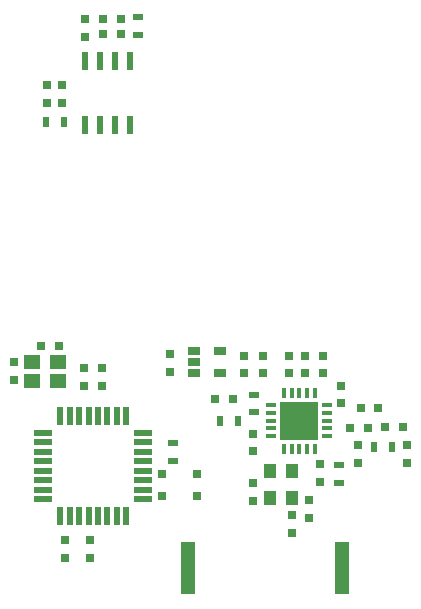
<source format=gbr>
G04 #@! TF.FileFunction,Paste,Top*
%FSLAX46Y46*%
G04 Gerber Fmt 4.6, Leading zero omitted, Abs format (unit mm)*
G04 Created by KiCad (PCBNEW 4.0.7) date 04/10/18 01:59:35*
%MOMM*%
%LPD*%
G01*
G04 APERTURE LIST*
%ADD10C,0.100000*%
%ADD11R,0.550000X1.600000*%
%ADD12R,1.600000X0.550000*%
%ADD13R,0.800000X0.750000*%
%ADD14R,0.500000X0.900000*%
%ADD15R,0.750000X0.800000*%
%ADD16R,0.600000X1.550000*%
%ADD17R,0.900000X0.500000*%
%ADD18R,1.300000X4.500000*%
%ADD19R,0.650000X0.700000*%
%ADD20R,0.355600X0.965200*%
%ADD21R,0.965200X0.355600*%
%ADD22R,3.200400X3.200400*%
%ADD23R,1.060000X0.650000*%
%ADD24R,1.400000X1.200000*%
%ADD25R,1.050000X1.300000*%
G04 APERTURE END LIST*
D10*
D11*
X104492000Y-123473000D03*
X103692000Y-123473000D03*
X102892000Y-123473000D03*
X102092000Y-123473000D03*
X101292000Y-123473000D03*
X100492000Y-123473000D03*
X99692000Y-123473000D03*
X98892000Y-123473000D03*
D12*
X97442000Y-124923000D03*
X97442000Y-125723000D03*
X97442000Y-126523000D03*
X97442000Y-127323000D03*
X97442000Y-128123000D03*
X97442000Y-128923000D03*
X97442000Y-129723000D03*
X97442000Y-130523000D03*
D11*
X98892000Y-131973000D03*
X99692000Y-131973000D03*
X100492000Y-131973000D03*
X101292000Y-131973000D03*
X102092000Y-131973000D03*
X102892000Y-131973000D03*
X103692000Y-131973000D03*
X104492000Y-131973000D03*
D12*
X105942000Y-130523000D03*
X105942000Y-129723000D03*
X105942000Y-128923000D03*
X105942000Y-128123000D03*
X105942000Y-127323000D03*
X105942000Y-126523000D03*
X105942000Y-125723000D03*
X105942000Y-124923000D03*
D13*
X104020932Y-89869346D03*
X102520932Y-89869346D03*
D14*
X99170932Y-98632346D03*
X97670932Y-98632346D03*
D15*
X99067932Y-95457346D03*
X99067932Y-96957346D03*
X100972932Y-89869346D03*
X100972932Y-91369346D03*
X97797932Y-95457346D03*
X97797932Y-96957346D03*
D16*
X100972932Y-98825346D03*
X102242932Y-98825346D03*
X103512932Y-98825346D03*
X104782932Y-98825346D03*
X104782932Y-93425346D03*
X103512932Y-93425346D03*
X102242932Y-93425346D03*
X100972932Y-93425346D03*
D17*
X105481432Y-91242346D03*
X105481432Y-89742346D03*
D13*
X104020932Y-91139346D03*
X102520932Y-91139346D03*
D15*
X95020000Y-120453000D03*
X95020000Y-118953000D03*
D18*
X109730000Y-136350000D03*
X122730000Y-136350000D03*
D15*
X124129800Y-127457200D03*
X124129800Y-125957200D03*
D13*
X127889000Y-124460000D03*
X126389000Y-124460000D03*
X124968000Y-124485400D03*
X123468000Y-124485400D03*
D15*
X114427000Y-118376000D03*
X114427000Y-119876000D03*
X116078000Y-119888000D03*
X116078000Y-118388000D03*
X118237000Y-118376000D03*
X118237000Y-119876000D03*
X119634000Y-118388000D03*
X119634000Y-119888000D03*
X121158000Y-119876000D03*
X121158000Y-118376000D03*
X122682000Y-120928000D03*
X122682000Y-122428000D03*
D13*
X125833000Y-122809000D03*
X124333000Y-122809000D03*
D15*
X115189000Y-126492000D03*
X115189000Y-124992000D03*
X128270000Y-127484000D03*
X128270000Y-125984000D03*
X115189000Y-130683000D03*
X115189000Y-129183000D03*
X118540000Y-133380000D03*
X118540000Y-131880000D03*
X120900000Y-129080000D03*
X120900000Y-127580000D03*
X119930000Y-132090000D03*
X119930000Y-130590000D03*
D13*
X113538000Y-122047000D03*
X112038000Y-122047000D03*
D15*
X102450000Y-119423000D03*
X102450000Y-120923000D03*
X100890000Y-119433000D03*
X100890000Y-120933000D03*
X99322000Y-135503000D03*
X99322000Y-134003000D03*
X101442000Y-135483000D03*
X101442000Y-133983000D03*
D13*
X98770000Y-117553000D03*
X97270000Y-117553000D03*
D15*
X108204000Y-119737000D03*
X108204000Y-118237000D03*
D17*
X122520000Y-129120000D03*
X122520000Y-127620000D03*
D14*
X127000000Y-126111000D03*
X125500000Y-126111000D03*
D17*
X115316000Y-123190000D03*
X115316000Y-121690000D03*
D14*
X112419000Y-123952000D03*
X113919000Y-123952000D03*
D17*
X108420000Y-125813000D03*
X108420000Y-127313000D03*
D19*
X110500000Y-130283000D03*
X107550000Y-130283000D03*
X107550000Y-128383000D03*
X110500000Y-128383000D03*
D20*
X117836001Y-126268000D03*
X118486002Y-126268000D03*
X119136001Y-126268000D03*
X119786000Y-126268000D03*
X120436001Y-126268000D03*
D21*
X121510901Y-125193100D03*
X121510901Y-124543099D03*
X121510901Y-123893100D03*
X121510901Y-123243101D03*
X121510901Y-122593100D03*
D20*
X120436001Y-121518200D03*
X119786000Y-121518200D03*
X119136001Y-121518200D03*
X118486002Y-121518200D03*
X117836001Y-121518200D03*
D21*
X116761101Y-122593100D03*
X116761101Y-123243101D03*
X116761101Y-123893100D03*
X116761101Y-124543099D03*
X116761101Y-125193100D03*
D22*
X119136001Y-123893100D03*
D23*
X110236000Y-117983000D03*
X110236000Y-118933000D03*
X110236000Y-119883000D03*
X112436000Y-119883000D03*
X112436000Y-117983000D03*
D24*
X98720000Y-118923000D03*
X96520000Y-118923000D03*
X96520000Y-120523000D03*
X98720000Y-120523000D03*
D25*
X116677000Y-130436000D03*
X116677000Y-128136000D03*
X118527000Y-130436000D03*
X118527000Y-128136000D03*
M02*

</source>
